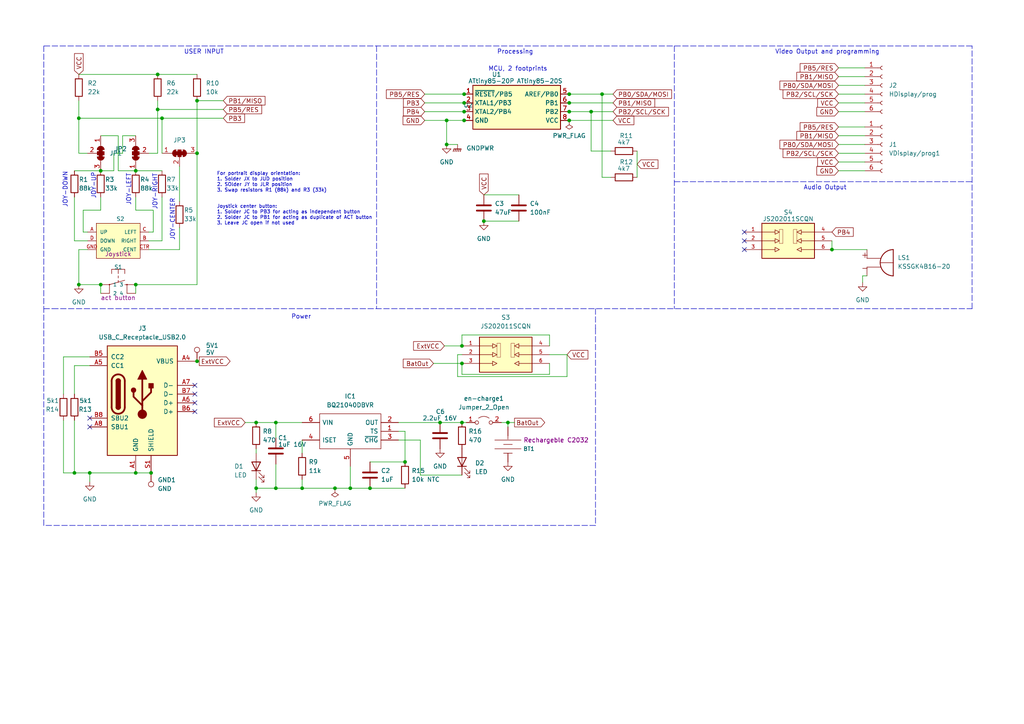
<source format=kicad_sch>
(kicad_sch (version 20211123) (generator eeschema)
  (paper "A4")
  (title_block (title "Tiny Handheld keychain ") (date "2022-09-16") (rev "2.0") (comment 2 "Heavely inspired by Yevgeniy Olexandrenko's design") (comment 3 "Designed by Casper R. Tak"))
  (lib_symbols
    (symbol "Connector:Conn_01x06_Female" (pin_names (offset 1.016) hide)
      (property "Reference" "J" (at 0 7.62 0))
      (property "Value" "Conn_01x06_Female" (at 0 -10.16 0))
      (symbol "Conn_01x06_Female_1_1"
        (arc (start 0 -7.112) (mid -0.508 -7.62) (end 0 -8.128) (stroke (width 0.1524)))
        (arc (start 0 -4.572) (mid -0.508 -5.08) (end 0 -5.588) (stroke (width 0.1524)))
        (arc (start 0 -2.032) (mid -0.508 -2.54) (end 0 -3.048) (stroke (width 0.1524)))
        (polyline (pts (xy -1.27 -7.62) (xy -0.508 -7.62)) (stroke (width 0.1524)))
        (polyline (pts (xy -1.27 -5.08) (xy -0.508 -5.08)) (stroke (width 0.1524)))
        (polyline (pts (xy -1.27 -2.54) (xy -0.508 -2.54)) (stroke (width 0.1524)))
        (polyline (pts (xy -1.27 0) (xy -0.508 0)) (stroke (width 0.1524)))
        (polyline (pts (xy -1.27 2.54) (xy -0.508 2.54)) (stroke (width 0.1524)))
        (polyline (pts (xy -1.27 5.08) (xy -0.508 5.08)) (stroke (width 0.1524)))
        (arc (start 0 0.508) (mid -0.508 0) (end 0 -0.508) (stroke (width 0.1524)))
        (arc (start 0 3.048) (mid -0.508 2.54) (end 0 2.032) (stroke (width 0.1524)))
        (arc (start 0 5.588) (mid -0.508 5.08) (end 0 4.572) (stroke (width 0.1524)))
        (pin passive line (at -5.08 5.08 0) (length 3.81) (name "Pin_1") (number "1"))
        (pin passive line (at -5.08 2.54 0) (length 3.81) (name "Pin_2") (number "2"))
        (pin passive line (at -5.08 0 0) (length 3.81) (name "Pin_3") (number "3"))
        (pin passive line (at -5.08 -2.54 0) (length 3.81) (name "Pin_4") (number "4"))
        (pin passive line (at -5.08 -5.08 0) (length 3.81) (name "Pin_5") (number "5"))
        (pin passive line (at -5.08 -7.62 0) (length 3.81) (name "Pin_6") (number "6"))
      )
    )
    (symbol "Connector:TestPoint" (pin_numbers hide) (pin_names (offset 0.762) hide)
      (property "Reference" "TP" (at 0 6.858 0))
      (property "Value" "TestPoint" (at 0 5.08 0))
      (symbol "TestPoint_0_1"
        (circle (center 0 3.302) (radius 0.762))
      )
      (symbol "TestPoint_1_1"
        (pin passive line (at 0 0 90) (length 2.54) (name "1") (number "1"))
      )
    )
    (symbol "Connector:USB_C_Receptacle_USB2.0" (pin_names (offset 1.016))
      (property "Reference" "J?" (at 0 23.495 0))
      (property "Value" "USB_C_Receptacle_USB2.0" (at 0 20.955 0))
      (symbol "USB_C_Receptacle_USB2.0_0_1"
        (rectangle (start -10.16 13.97) (end 10.16 -17.78) (stroke (width 0.254)) (fill (type background)))
        (arc (start -8.89 -3.81) (mid -6.985 -5.715) (end -5.08 -3.81) (stroke (width 0.508)))
        (arc (start -7.62 -3.81) (mid -6.985 -4.445) (end -6.35 -3.81) (stroke (width 0.254)))
        (arc (start -7.62 -3.81) (mid -6.985 -4.445) (end -6.35 -3.81) (stroke (width 0.254)) (fill (type outline)))
        (rectangle (start -7.62 -3.81) (end -6.35 3.81) (stroke (width 0.254)) (fill (type outline)))
        (arc (start -6.35 3.81) (mid -6.985 4.445) (end -7.62 3.81) (stroke (width 0.254)))
        (arc (start -6.35 3.81) (mid -6.985 4.445) (end -7.62 3.81) (stroke (width 0.254)) (fill (type outline)))
        (arc (start -5.08 3.81) (mid -6.985 5.715) (end -8.89 3.81) (stroke (width 0.508)))
        (circle (center -2.54 1.143) (radius 0.635) (stroke (width 0.254)) (fill (type outline)))
        (circle (center 0 -5.842) (radius 1.27) (fill (type outline)))
        (polyline (pts (xy -8.89 -3.81) (xy -8.89 3.81)) (stroke (width 0.508)))
        (polyline (pts (xy -5.08 3.81) (xy -5.08 -3.81)) (stroke (width 0.508)))
        (polyline (pts (xy 0 -5.842) (xy 0 4.318)) (stroke (width 0.508)))
        (polyline (pts (xy 0 -3.302) (xy -2.54 -0.762) (xy -2.54 0.508)) (stroke (width 0.508)))
        (polyline (pts (xy 0 -2.032) (xy 2.54 0.508) (xy 2.54 1.778)) (stroke (width 0.508)))
        (polyline (pts (xy -1.27 4.318) (xy 0 6.858) (xy 1.27 4.318) (xy -1.27 4.318)) (stroke (width 0.254)) (fill (type outline)))
        (rectangle (start 1.905 1.778) (end 3.175 3.048) (stroke (width 0.254)) (fill (type outline)))
      )
      (symbol "USB_C_Receptacle_USB2.0_1_1"
        (pin passive line (at -1.905 -22.86 90) (length 5.08) (name "GND") (number "A1"))
        (pin passive line (at -1.905 -22.86 90) (length 5.08) hide (name "GND") (number "A12"))
        (pin passive line (at 15.24 9.525 180) (length 5.08) (name "VBUS") (number "A4"))
        (pin bidirectional line (at -15.24 8.255 0) (length 5.08) (name "CC1") (number "A5"))
        (pin bidirectional line (at 15.24 -2.54 180) (length 5.08) (name "D+") (number "A6"))
        (pin bidirectional line (at 15.24 2.54 180) (length 5.08) (name "D-") (number "A7"))
        (pin bidirectional line (at -15.24 -9.525 0) (length 5.08) (name "SBU1") (number "A8"))
        (pin passive line (at 15.24 9.525 180) (length 5.08) hide (name "VBUS") (number "A9"))
        (pin passive line (at -1.905 -22.86 90) (length 5.08) hide (name "GND") (number "B1"))
        (pin passive line (at -1.905 -22.86 90) (length 5.08) hide (name "GND") (number "B12"))
        (pin passive line (at 15.24 9.525 180) (length 5.08) hide (name "VBUS") (number "B4"))
        (pin bidirectional line (at -15.24 10.795 0) (length 5.08) (name "CC2") (number "B5"))
        (pin bidirectional line (at 15.24 -5.08 180) (length 5.08) (name "D+") (number "B6"))
        (pin bidirectional line (at 15.24 0 180) (length 5.08) (name "D-") (number "B7"))
        (pin bidirectional line (at -15.24 -6.985 0) (length 5.08) (name "SBU2") (number "B8"))
        (pin passive line (at 15.24 9.525 180) (length 5.08) hide (name "VBUS") (number "B9"))
        (pin passive line (at 2.54 -22.86 90) (length 5.08) (name "SHIELD") (number "S1"))
      )
    )
    (symbol "Device:C" (pin_numbers hide) (pin_names (offset 0.254))
      (property "Reference" "C" (at 0.635 2.54 0))
      (property "Value" "C" (at 0.635 -2.54 0))
      (symbol "C_0_1"
        (polyline (pts (xy -2.032 -0.762) (xy 2.032 -0.762)) (stroke (width 0.508)))
        (polyline (pts (xy -2.032 0.762) (xy 2.032 0.762)) (stroke (width 0.508)))
      )
      (symbol "C_1_1"
        (pin passive line (at 0 3.81 270) (length 2.794) (name "~") (number "1"))
        (pin passive line (at 0 -3.81 90) (length 2.794) (name "~") (number "2"))
      )
    )
    (symbol "Device:LED" (pin_numbers hide) (pin_names (offset 1.016) hide)
      (property "Reference" "D" (at 0 2.54 0))
      (property "Value" "LED" (at 0 -2.54 0))
      (symbol "LED_0_1"
        (polyline (pts (xy -1.27 -1.27) (xy -1.27 1.27)) (stroke (width 0.254)))
        (polyline (pts (xy -1.27 0) (xy 1.27 0)))
        (polyline (pts (xy 1.27 -1.27) (xy 1.27 1.27) (xy -1.27 0) (xy 1.27 -1.27)) (stroke (width 0.254)))
        (polyline (pts (xy -3.048 -0.762) (xy -4.572 -2.286) (xy -3.81 -2.286) (xy -4.572 -2.286) (xy -4.572 -1.524)))
        (polyline (pts (xy -1.778 -0.762) (xy -3.302 -2.286) (xy -2.54 -2.286) (xy -3.302 -2.286) (xy -3.302 -1.524)))
      )
      (symbol "LED_1_1"
        (pin passive line (at -3.81 0 0) (length 2.54) (name "K") (number "1"))
        (pin passive line (at 3.81 0 180) (length 2.54) (name "A") (number "2"))
      )
    )
    (symbol "Device:R" (pin_numbers hide) (pin_names (offset 0))
      (property "Reference" "R" (at 2.032 0 90))
      (property "Value" "R" (at 0 0 90))
      (symbol "R_0_1"
        (rectangle (start -1.016 -2.54) (end 1.016 2.54) (stroke (width 0.254)))
      )
      (symbol "R_1_1"
        (pin passive line (at 0 3.81 270) (length 1.27) (name "~") (number "1"))
        (pin passive line (at 0 -3.81 90) (length 1.27) (name "~") (number "2"))
      )
    )
    (symbol "JS202011SCQN:JS202011SCQN" (pin_names (offset 1.016) hide)
      (property "Reference" "S" (at -7.62 6.35 0))
      (property "Value" "JS202011SCQN" (at -7.62 -6.35 0))
      (symbol "JS202011SCQN_0_0"
        (rectangle (start -7.62 -5.08) (end 7.62 5.08) (stroke (width 0.254)) (fill (type background)))
        (polyline (pts (xy -7.62 -2.54) (xy -3.81 -2.54)) (stroke (width 0.1524)))
        (polyline (pts (xy -7.62 0) (xy -3.81 0)) (stroke (width 0.1524)))
        (polyline (pts (xy -7.62 2.54) (xy -3.81 2.54)) (stroke (width 0.1524)))
        (polyline (pts (xy 7.62 -2.54) (xy 3.81 -2.54)) (stroke (width 0.1524)))
        (polyline (pts (xy 7.62 0) (xy 3.81 0)) (stroke (width 0.1524)))
        (polyline (pts (xy 7.62 2.54) (xy 3.81 2.54)) (stroke (width 0.1524)))
        (polyline (pts (xy -3.81 -1.905) (xy -3.81 -3.175) (xy -2.54 -2.54) (xy -3.81 -1.905)) (stroke (width 0.1524)) (fill (type background)))
        (polyline (pts (xy -3.81 0.635) (xy -3.81 -0.635) (xy -2.54 0) (xy -3.81 0.635)) (stroke (width 0.1524)) (fill (type background)))
        (polyline (pts (xy -3.81 3.175) (xy -3.81 1.905) (xy -2.54 2.54) (xy -3.81 3.175)) (stroke (width 0.1524)) (fill (type background)))
        (polyline (pts (xy 3.81 -3.175) (xy 3.81 -1.905) (xy 2.54 -2.54) (xy 3.81 -3.175)) (stroke (width 0.1524)) (fill (type background)))
        (polyline (pts (xy 3.81 -0.635) (xy 3.81 0.635) (xy 2.54 0) (xy 3.81 -0.635)) (stroke (width 0.1524)) (fill (type background)))
        (polyline (pts (xy 3.81 1.905) (xy 3.81 3.175) (xy 2.54 2.54) (xy 3.81 1.905)) (stroke (width 0.1524)) (fill (type background)))
        (polyline (pts (xy -2.54 3.302) (xy -2.54 -0.762) (xy -1.524 -0.762) (xy -1.524 3.302) (xy -2.54 3.302)) (stroke (width 0.0254)) (fill (type background)))
        (polyline (pts (xy 1.524 3.302) (xy 1.524 -0.762) (xy 2.54 -0.762) (xy 2.54 3.302) (xy 1.524 3.302)) (stroke (width 0.0254)) (fill (type background)))
        (pin passive line (at -12.7 2.54 0) (length 5.08) (name "~") (number "1"))
        (pin passive line (at -12.7 0 0) (length 5.08) (name "~") (number "2"))
        (pin passive line (at -12.7 -2.54 0) (length 5.08) (name "~") (number "3"))
        (pin passive line (at 12.7 2.54 180) (length 5.08) (name "~") (number "4"))
        (pin passive line (at 12.7 0 180) (length 5.08) (name "~") (number "5"))
        (pin passive line (at 12.7 -2.54 180) (length 5.08) (name "~") (number "6"))
      )
    )
    (symbol "Jumper:Jumper_2_Open" (pin_names (offset 0) hide)
      (property "Reference" "JP" (at 0 2.794 0))
      (property "Value" "Jumper_2_Open" (at 0 -2.286 0))
      (symbol "Jumper_2_Open_0_0"
        (circle (center -2.032 0) (radius 0.508))
        (circle (center 2.032 0) (radius 0.508))
      )
      (symbol "Jumper_2_Open_0_1"
        (arc (start 1.524 1.27) (mid 0 1.778) (end -1.524 1.27))
      )
      (symbol "Jumper_2_Open_1_1"
        (pin passive line (at -5.08 0 0) (length 2.54) (name "A") (number "1"))
        (pin passive line (at 5.08 0 180) (length 2.54) (name "B") (number "2"))
      )
    )
    (symbol "Jumper:SolderJumper_3_Bridged123" (pin_names (offset 0) hide)
      (property "Reference" "JP" (at -2.54 -2.54 0))
      (property "Value" "SolderJumper_3_Bridged123" (at 0 2.794 0))
      (symbol "SolderJumper_3_Bridged123_0_1"
        (rectangle (start -1.016 0.508) (end -0.508 -0.508) (fill (type outline)))
        (arc (start -1.016 1.016) (mid -2.032 0) (end -1.016 -1.016))
        (arc (start -1.016 1.016) (mid -2.032 0) (end -1.016 -1.016) (fill (type outline)))
        (rectangle (start -0.508 1.016) (end 0.508 -1.016) (fill (type outline)))
        (polyline (pts (xy -2.54 0) (xy -2.032 0)))
        (polyline (pts (xy -1.016 1.016) (xy -1.016 -1.016)))
        (polyline (pts (xy 0 -1.27) (xy 0 -1.016)))
        (polyline (pts (xy 1.016 1.016) (xy 1.016 -1.016)))
        (polyline (pts (xy 2.54 0) (xy 2.032 0)))
        (rectangle (start 0.508 0.508) (end 1.016 -0.508) (fill (type outline)))
        (arc (start 1.016 -1.016) (mid 2.032 0) (end 1.016 1.016))
        (arc (start 1.016 -1.016) (mid 2.032 0) (end 1.016 1.016) (fill (type outline)))
      )
      (symbol "SolderJumper_3_Bridged123_1_1"
        (pin passive line (at -5.08 0 0) (length 2.54) (name "A") (number "1"))
        (pin passive line (at 0 -3.81 90) (length 2.54) (name "C") (number "2"))
        (pin passive line (at 5.08 0 180) (length 2.54) (name "B") (number "3"))
      )
    )
    (symbol "KSSGK4B16-20:KSSGK4B16-20" (pin_numbers hide) (pin_names (offset 1.016) hide)
      (property "Reference" "LS" (at -2.54 6.35 0))
      (property "Value" "KSSGK4B16-20" (at -2.54 -5.08 0))
      (symbol "KSSGK4B16-20_0_0"
        (polyline (pts (xy -2.54 0) (xy 1.397 0)) (stroke (width 0.1524)))
        (polyline (pts (xy -2.54 2.54) (xy 1.397 2.54)) (stroke (width 0.1524)))
        (polyline (pts (xy 1.27 1.27) (xy 5.08 1.27)) (stroke (width 0.1524)))
        (polyline (pts (xy 5.08 1.27) (xy 5.08 -2.54)) (stroke (width 0.254)))
        (polyline (pts (xy 5.08 5.08) (xy 5.08 1.27)) (stroke (width 0.254)))
        (arc (start 5.08 5.08) (mid 1.27 1.27) (end 5.08 -2.54) (stroke (width 0.254)))
        (text "+" (at -4.318 2.54 0) (effects (font (size 1.778 1.778)) (justify left bottom)))
        (text "-" (at -4.318 -1.27 0) (effects (font (size 1.778 1.778)) (justify left bottom)))
        (pin passive line (at -2.54 -2.54 90) (length 2.54) (name "~") (number "N"))
        (pin passive line (at -2.54 5.08 270) (length 2.54) (name "~") (number "P"))
      )
    )
    (symbol "MCU_Microchip_ATtiny:ATtiny85-20P"
      (property "Reference" "U?" (at 0.635 12.065 0))
      (property "Value" "ATtiny85-20P" (at 7.62 10.16 0))
      (symbol "ATtiny85-20P_0_1"
        (rectangle (start -12.7 8.89) (end 12.7 -3.81) (stroke (width 0.254)) (fill (type background)))
      )
      (symbol "ATtiny85-20P_1_1"
        (pin bidirectional line (at -15.24 6.35 0) (length 2.54) (name "~{RESET}/PB5") (number "1"))
        (pin bidirectional line (at -15.24 3.81 0) (length 2.54) (name "XTAL1/PB3") (number "2"))
        (pin bidirectional line (at -15.24 1.27 0) (length 2.54) (name "XTAL2/PB4") (number "3"))
        (pin power_in line (at -15.24 -1.27 0) (length 2.54) (name "GND") (number "4"))
        (pin bidirectional line (at 15.24 6.35 180) (length 2.54) (name "AREF/PB0") (number "5"))
        (pin bidirectional line (at 15.24 3.81 180) (length 2.54) (name "PB1") (number "6"))
        (pin bidirectional line (at 15.24 1.27 180) (length 2.54) (name "PB2") (number "7"))
        (pin power_in line (at 15.24 -1.27 180) (length 2.54) (name "VCC") (number "8"))
      )
    )
    (symbol "MCU_Microchip_ATtiny:ATtiny85-20S"
      (property "Reference" "U?" (at -13.97 1.2701 0))
      (property "Value" "ATtiny85-20S" (at -13.97 -1.2699 0))
      (symbol "ATtiny85-20S_0_1"
        (rectangle (start -13.97 6.985) (end 11.43 -5.715) (stroke (width 0.254)) (fill (type background)))
      )
      (symbol "ATtiny85-20S_1_1"
        (pin bidirectional line (at -16.51 4.445 0) (length 2.54) (name "~{RESET}/PB5") (number "1"))
        (pin bidirectional line (at -16.51 1.905 0) (length 2.54) (name "XTAL1/PB3") (number "2"))
        (pin bidirectional line (at -16.51 -0.635 0) (length 2.54) (name "XTAL2/PB4") (number "3"))
        (pin power_in line (at -16.51 -3.175 0) (length 2.54) (name "GND") (number "4"))
        (pin bidirectional line (at 13.97 4.445 180) (length 2.54) (name "AREF/PB0") (number "5"))
        (pin bidirectional line (at 13.97 1.905 180) (length 2.54) (name "PB1") (number "6"))
        (pin bidirectional line (at 13.97 -0.635 180) (length 2.54) (name "PB2") (number "7"))
        (pin power_in line (at 13.97 -3.175 180) (length 2.54) (name "VCC") (number "8"))
      )
    )
    (symbol "SamacSys_Parts:BQ21040DBVR" (pin_names (offset 0.762))
      (property "Reference" "IC1" (at 0.635 10.795 0))
      (property "Value" "BQ21040DBVR" (at 0.635 8.255 0))
      (symbol "BQ21040DBVR_0_0"
        (pin input line (at 14.605 0.635 180) (length 5.08) (name "TS") (number "1"))
        (pin power_out line (at 14.605 3.175 180) (length 5.08) (name "OUT") (number "2"))
        (pin output line (at 14.605 -1.905 180) (length 5.08) (name "~{CHG}") (number "3"))
        (pin input line (at -13.335 -1.905 0) (length 5.08) (name "ISET") (number "4"))
        (pin passive line (at 0.635 -9.525 90) (length 5.08) (name "GND") (number "5"))
        (pin input line (at -13.335 3.175 0) (length 5.08) (name "VIN") (number "6"))
      )
      (symbol "BQ21040DBVR_0_1"
        (polyline (pts (xy -8.255 5.715) (xy 9.525 5.715) (xy 9.525 -4.445) (xy -8.255 -4.445) (xy -8.255 5.715)) (stroke (width 0.1524)))
      )
    )
    (symbol "SparkFun-Batteries:BATTERY-6.8MM_SMD" (pin_numbers hide) (pin_names (offset 1.016) hide)
      (property "Reference" "BT" (at 0 4.318 0))
      (property "Value" "BATTERY-6.8MM_SMD" (at 0 -6.35 0))
      (property "Field4" "BATT-13734" (at 0 7.62 0))
      (symbol "BATTERY-6.8MM_SMD_1_0"
        (polyline (pts (xy -2.54 0) (xy -1.524 0)))
        (polyline (pts (xy -1.27 3.81) (xy -1.27 -3.81)))
        (polyline (pts (xy 0 1.27) (xy 0 -1.27)))
        (polyline (pts (xy 1.27 3.81) (xy 1.27 -3.81)))
        (polyline (pts (xy 2.54 1.27) (xy 2.54 -1.27)))
      )
      (symbol "BATTERY-6.8MM_SMD_1_1"
        (pin power_in line (at -5.08 0 0) (length 2.54) (name "+") (number "+"))
        (pin power_in line (at 5.08 0 180) (length 2.54) (name "-") (number "-"))
      )
    )
    (symbol "SparkFun-Switches:JOYSTICK_MINI" (pin_names (offset 1.016))
      (property "Reference" "S?" (at -3.81 6.35 0))
      (symbol "JOYSTICK_MINI_1_1"
        (polyline (pts (xy -9.525 5.08) (xy 3.175 5.08) (xy 3.175 -5.08) (xy -9.525 -5.08) (xy -9.525 5.08)) (fill (type background)))
        (pin bidirectional line (at -12.065 2.54 0) (length 2.54) (name "UP") (number "A"))
        (pin bidirectional line (at 5.715 0 180) (length 2.54) (name "RIGHT") (number "B"))
        (pin bidirectional line (at 5.715 2.54 180) (length 2.54) (name "LEFT") (number "C"))
        (pin bidirectional line (at 5.715 -2.54 180) (length 2.54) (name "CENT") (number "CTR"))
        (pin bidirectional line (at -12.065 0 0) (length 2.54) (name "DOWN") (number "D"))
        (pin bidirectional line (at -12.065 -2.54 0) (length 2.54) (name "GND") (number "GND"))
      )
    )
    (symbol "SparkFun-Switches:MOMENTARY-SWITCH-SPST-2-SMD-5.2MM" (pin_numbers hide) (pin_names (offset 1.016))
      (property "Reference" "S" (at -5.08 1.27 0))
      (property "Value" "MOMENTARY-SWITCH-SPST-2-SMD-5.2MM" (at -5.08 -5.08 0))
      (property "Field4" "SWCH-08247" (at 0 7.62 0))
      (symbol "MOMENTARY-SWITCH-SPST-2-SMD-5.2MM_1_0"
        (polyline (pts (xy -2.54 -2.54) (xy -2.54 0)))
        (polyline (pts (xy -2.54 0) (xy 1.905 1.27)))
        (polyline (pts (xy -1.905 4.445) (xy -1.905 3.175)))
        (polyline (pts (xy 0 1.27) (xy 0 0.635)))
        (polyline (pts (xy 0 2.54) (xy 0 1.905)))
        (polyline (pts (xy 0 4.445) (xy -1.905 4.445)))
        (polyline (pts (xy 0 4.445) (xy 0 3.175)))
        (polyline (pts (xy 1.905 0) (xy 2.54 0)))
        (polyline (pts (xy 1.905 4.445) (xy 0 4.445)))
        (polyline (pts (xy 1.905 4.445) (xy 1.905 3.175)))
        (polyline (pts (xy 2.54 -2.54) (xy 2.54 0)))
      )
      (symbol "MOMENTARY-SWITCH-SPST-2-SMD-5.2MM_1_1"
        (circle (center -2.54 0) (radius 0.127) (fill (type outline)))
        (circle (center 2.54 0) (radius 0.127) (fill (type outline)))
        (pin passive line (at -5.08 0 0) (length 2.54) (name "1") (number "1"))
        (pin passive line (at -5.08 -2.54 0) (length 2.54) (name "2") (number "2"))
        (pin passive line (at 5.08 0 180) (length 2.54) (name "3") (number "3"))
        (pin passive line (at 5.08 -2.54 180) (length 2.54) (name "4") (number "4"))
      )
    )
    (symbol "power:GND" (power) (pin_names (offset 0))
      (property "Value" "GND" (at 0 -3.81 0))
      (symbol "GND_0_1"
        (polyline (pts (xy 0 0) (xy 0 -1.27) (xy 1.27 -1.27) (xy 0 -2.54) (xy -1.27 -1.27) (xy 0 -1.27)))
      )
      (symbol "GND_1_1"
        (pin power_in line (at 0 0 270) (length 0) hide (name "GND") (number "1"))
      )
    )
    (symbol "power:GNDPWR" (power) (pin_names (offset 0))
      (property "Value" "GNDPWR" (at 0 -3.302 0))
      (symbol "GNDPWR_0_1"
        (polyline (pts (xy 0 -1.27) (xy 0 0)))
        (polyline (pts (xy -1.016 -1.27) (xy -1.27 -2.032) (xy -1.27 -2.032)) (stroke (width 0.2032)))
        (polyline (pts (xy -0.508 -1.27) (xy -0.762 -2.032) (xy -0.762 -2.032)) (stroke (width 0.2032)))
        (polyline (pts (xy 0 -1.27) (xy -0.254 -2.032) (xy -0.254 -2.032)) (stroke (width 0.2032)))
        (polyline (pts (xy 0.508 -1.27) (xy 0.254 -2.032) (xy 0.254 -2.032)) (stroke (width 0.2032)))
        (polyline (pts (xy 1.016 -1.27) (xy -1.016 -1.27) (xy -1.016 -1.27)) (stroke (width 0.2032)))
        (polyline (pts (xy 1.016 -1.27) (xy 0.762 -2.032) (xy 0.762 -2.032) (xy 0.762 -2.032)) (stroke (width 0.2032)))
      )
      (symbol "GNDPWR_1_1"
        (pin power_in line (at 0 0 270) (length 0) hide (name "GNDPWR") (number "1"))
      )
    )
    (symbol "power:PWR_FLAG" (power) (pin_numbers hide) (pin_names (offset 0) hide)
      (property "Value" "PWR_FLAG" (at 0 3.81 0))
      (symbol "PWR_FLAG_0_0"
        (pin power_out line (at 0 0 90) (length 0) (name "pwr") (number "1"))
      )
      (symbol "PWR_FLAG_0_1"
        (polyline (pts (xy 0 0) (xy 0 1.27) (xy -1.016 1.905) (xy 0 2.54) (xy 1.016 1.905) (xy 0 1.27)))
      )
    )
  )
  (junction (at 174.625 27.305))
  (junction (at 29.21 82.55))
  (junction (at 165.1 27.305))
  (junction (at 134.62 29.845))
  (junction (at 39.37 82.55))
  (junction (at 80.01 122.555))
  (junction (at 134.62 32.385))
  (junction (at 165.1 34.925))
  (junction (at 165.1 32.385))
  (junction (at 57.15 44.45))
  (junction (at 57.15 29.21))
  (junction (at 39.37 137.16))
  (junction (at 97.155 141.605))
  (junction (at 21.59 137.16))
  (junction (at 133.985 100.33))
  (junction (at 140.335 64.135))
  (junction (at 45.72 21.59))
  (junction (at 129.54 41.91))
  (junction (at 74.295 141.605))
  (junction (at 134.62 34.925))
  (junction (at 26.035 137.16))
  (junction (at 117.475 133.985))
  (junction (at 43.815 137.16))
  (junction (at 107.315 141.605))
  (junction (at 74.295 122.555))
  (junction (at 80.01 141.605))
  (junction (at 134.62 27.305))
  (junction (at 171.45 32.385))
  (junction (at 101.6 141.605))
  (junction (at 129.54 34.925))
  (junction (at 147.32 122.555))
  (junction (at 87.63 141.605))
  (junction (at 22.86 82.55))
  (junction (at 29.21 49.53))
  (junction (at 46.99 34.29))
  (junction (at 165.1 29.845))
  (junction (at 57.15 104.775))
  (junction (at 241.3 72.39))
  (junction (at 133.985 105.41))
  (junction (at 133.985 122.555))
  (junction (at 39.37 49.53))
  (junction (at 45.72 31.75))
  (junction (at 22.86 34.29))
  (junction (at 127.635 122.555))
  (no_connect (at 26.035 121.285))
  (no_connect (at 56.515 111.76))
  (no_connect (at 56.515 114.3))
  (no_connect (at 56.515 116.84))
  (no_connect (at 56.515 119.38))
  (no_connect (at 26.035 123.825))
  (no_connect (at 215.9 67.31))
  (no_connect (at 215.9 69.85))
  (no_connect (at 215.9 72.39))
  (wire (pts (xy 147.32 123.825) (xy 147.32 122.555)))
  (wire (pts (xy 165.1 34.925) (xy 177.8 34.925)))
  (wire (pts (xy 46.99 69.85) (xy 43.18 69.85)))
  (wire (pts (xy 46.99 34.29) (xy 64.77 34.29)))
  (wire (pts (xy 74.295 130.175) (xy 74.295 131.445)))
  (wire (pts (xy 159.385 105.41) (xy 159.385 108.585)))
  (wire (pts (xy 22.86 21.59) (xy 45.72 21.59)))
  (polyline (pts (xy 172.72 89.535) (xy 172.72 95.25)))
  (wire (pts (xy 101.6 141.605) (xy 107.315 141.605)))
  (wire (pts (xy 33.02 49.53) (xy 29.21 49.53)))
  (wire (pts (xy 52.07 72.39) (xy 43.18 72.39)))
  (wire (pts (xy 159.385 102.87) (xy 164.465 102.87)))
  (wire (pts (xy 57.15 29.21) (xy 57.15 44.45)))
  (wire (pts (xy 34.29 39.37) (xy 34.29 49.53)))
  (wire (pts (xy 140.335 56.515) (xy 150.495 56.515)))
  (wire (pts (xy 39.37 49.53) (xy 46.99 49.53)))
  (wire (pts (xy 117.475 125.095) (xy 115.57 125.095)))
  (wire (pts (xy 80.01 122.555) (xy 87.63 122.555)))
  (wire (pts (xy 133.985 100.33) (xy 133.985 97.155)))
  (polyline (pts (xy 109.22 13.335) (xy 109.22 89.535)))
  (wire (pts (xy 97.155 141.605) (xy 101.6 141.605)))
  (wire (pts (xy 22.86 29.21) (xy 22.86 34.29)))
  (wire (pts (xy 241.3 69.85) (xy 241.3 72.39)))
  (wire (pts (xy 29.21 57.15) (xy 29.21 60.96)))
  (wire (pts (xy 71.12 122.555) (xy 74.295 122.555)))
  (wire (pts (xy 129.54 34.925) (xy 134.62 34.925)))
  (wire (pts (xy 21.59 69.85) (xy 25.4 69.85)))
  (wire (pts (xy 184.785 43.815) (xy 184.785 51.435)))
  (wire (pts (xy 125.73 105.41) (xy 133.985 105.41)))
  (wire (pts (xy 35.56 44.45) (xy 33.02 44.45)))
  (wire (pts (xy 165.1 32.385) (xy 171.45 32.385)))
  (wire (pts (xy 147.32 122.555) (xy 149.225 122.555)))
  (wire (pts (xy 164.465 102.87) (xy 164.465 109.22)))
  (wire (pts (xy 45.72 44.45) (xy 43.18 44.45)))
  (wire (pts (xy 39.37 57.15) (xy 39.37 60.96)))
  (wire (pts (xy 45.72 31.75) (xy 45.72 44.45)))
  (wire (pts (xy 25.4 72.39) (xy 22.86 72.39)))
  (wire (pts (xy 243.205 27.305) (xy 250.825 27.305)))
  (wire (pts (xy 44.45 60.96) (xy 44.45 67.31)))
  (wire (pts (xy 57.15 82.55) (xy 57.15 44.45)))
  (wire (pts (xy 129.54 41.91) (xy 132.715 41.91)))
  (wire (pts (xy 123.19 32.385) (xy 134.62 32.385)))
  (wire (pts (xy 87.63 127.635) (xy 87.63 131.445)))
  (wire (pts (xy 123.19 34.925) (xy 129.54 34.925)))
  (polyline (pts (xy 12.7 152.4) (xy 12.7 89.535)))
  (wire (pts (xy 123.19 29.845) (xy 134.62 29.845)))
  (wire (pts (xy 22.86 72.39) (xy 22.86 82.55)))
  (wire (pts (xy 29.21 39.37) (xy 34.29 39.37)))
  (wire (pts (xy 74.295 122.555) (xy 80.01 122.555)))
  (wire (pts (xy 52.07 48.26) (xy 52.07 58.42)))
  (wire (pts (xy 165.1 27.305) (xy 174.625 27.305)))
  (wire (pts (xy 174.625 27.305) (xy 174.625 51.435)))
  (wire (pts (xy 18.415 103.505) (xy 26.035 103.505)))
  (wire (pts (xy 250.19 80.01) (xy 250.19 81.915)))
  (wire (pts (xy 18.415 121.92) (xy 18.415 137.16)))
  (wire (pts (xy 22.86 44.45) (xy 22.86 34.29)))
  (wire (pts (xy 39.37 39.37) (xy 35.56 39.37)))
  (wire (pts (xy 29.21 60.96) (xy 24.13 60.96)))
  (wire (pts (xy 243.205 32.385) (xy 250.825 32.385)))
  (wire (pts (xy 46.99 34.29) (xy 46.99 44.45)))
  (wire (pts (xy 74.295 141.605) (xy 80.01 141.605)))
  (wire (pts (xy 45.72 29.21) (xy 45.72 31.75)))
  (wire (pts (xy 39.37 82.55) (xy 57.15 82.55)))
  (wire (pts (xy 80.01 122.555) (xy 80.01 127)))
  (wire (pts (xy 44.45 67.31) (xy 43.18 67.31)))
  (wire (pts (xy 34.29 49.53) (xy 39.37 49.53)))
  (wire (pts (xy 56.515 104.775) (xy 57.15 104.775)))
  (wire (pts (xy 22.86 34.29) (xy 46.99 34.29)))
  (wire (pts (xy 21.59 49.53) (xy 29.21 49.53)))
  (wire (pts (xy 140.335 64.135) (xy 150.495 64.135)))
  (wire (pts (xy 22.86 82.55) (xy 29.21 82.55)))
  (wire (pts (xy 24.13 60.96) (xy 24.13 67.31)))
  (wire (pts (xy 39.37 82.55) (xy 39.37 85.09)))
  (wire (pts (xy 159.385 108.585) (xy 133.985 108.585)))
  (polyline (pts (xy 15.24 89.535) (xy 281.94 89.535)))
  (wire (pts (xy 80.01 141.605) (xy 87.63 141.605)))
  (wire (pts (xy 132.715 102.87) (xy 133.985 102.87)))
  (wire (pts (xy 21.59 121.92) (xy 21.59 137.16)))
  (wire (pts (xy 87.63 141.605) (xy 97.155 141.605)))
  (wire (pts (xy 26.035 139.7) (xy 26.035 137.16)))
  (wire (pts (xy 243.205 36.83) (xy 250.825 36.83)))
  (wire (pts (xy 123.19 27.305) (xy 134.62 27.305)))
  (polyline (pts (xy 195.58 52.705) (xy 281.94 52.705)))
  (wire (pts (xy 18.415 103.505) (xy 18.415 114.3)))
  (wire (pts (xy 80.01 134.62) (xy 80.01 141.605)))
  (wire (pts (xy 101.6 141.605) (xy 101.6 135.255)))
  (wire (pts (xy 127.635 122.555) (xy 133.985 122.555)))
  (wire (pts (xy 46.99 57.15) (xy 46.99 69.85)))
  (wire (pts (xy 171.45 32.385) (xy 177.8 32.385)))
  (wire (pts (xy 251.46 80.01) (xy 250.19 80.01)))
  (wire (pts (xy 39.37 137.16) (xy 43.815 137.16)))
  (wire (pts (xy 129.54 34.925) (xy 129.54 41.91)))
  (wire (pts (xy 128.905 100.33) (xy 133.985 100.33)))
  (wire (pts (xy 243.205 49.53) (xy 250.825 49.53)))
  (wire (pts (xy 45.72 31.75) (xy 64.77 31.75)))
  (wire (pts (xy 74.295 142.875) (xy 74.295 141.605)))
  (wire (pts (xy 159.385 97.155) (xy 159.385 100.33)))
  (polyline (pts (xy 281.94 89.535) (xy 281.94 13.335)))
  (wire (pts (xy 171.45 43.815) (xy 171.45 32.385)))
  (wire (pts (xy 26.035 137.16) (xy 39.37 137.16)))
  (wire (pts (xy 115.57 127.635) (xy 121.92 127.635)))
  (wire (pts (xy 164.465 109.22) (xy 132.715 109.22)))
  (wire (pts (xy 107.315 141.605) (xy 117.475 141.605)))
  (wire (pts (xy 21.59 137.16) (xy 26.035 137.16)))
  (wire (pts (xy 145.415 122.555) (xy 147.32 122.555)))
  (wire (pts (xy 241.3 72.39) (xy 251.46 72.39)))
  (wire (pts (xy 177.165 51.435) (xy 174.625 51.435)))
  (polyline (pts (xy 172.72 95.25) (xy 172.72 152.4)))
  (wire (pts (xy 52.07 66.04) (xy 52.07 72.39)))
  (wire (pts (xy 57.15 29.21) (xy 64.77 29.21)))
  (wire (pts (xy 174.625 27.305) (xy 177.8 27.305)))
  (wire (pts (xy 243.205 41.91) (xy 250.825 41.91)))
  (wire (pts (xy 243.205 24.765) (xy 250.825 24.765)))
  (wire (pts (xy 243.205 22.225) (xy 250.825 22.225)))
  (wire (pts (xy 35.56 39.37) (xy 35.56 44.45)))
  (wire (pts (xy 21.59 106.045) (xy 26.035 106.045)))
  (wire (pts (xy 243.205 19.685) (xy 250.825 19.685)))
  (wire (pts (xy 24.13 67.31) (xy 25.4 67.31)))
  (wire (pts (xy 117.475 133.985) (xy 117.475 125.095)))
  (wire (pts (xy 21.59 106.045) (xy 21.59 114.3)))
  (wire (pts (xy 25.4 44.45) (xy 22.86 44.45)))
  (wire (pts (xy 243.205 44.45) (xy 250.825 44.45)))
  (wire (pts (xy 133.985 97.155) (xy 159.385 97.155)))
  (wire (pts (xy 165.1 29.845) (xy 177.8 29.845)))
  (wire (pts (xy 57.15 104.775) (xy 57.785 104.775)))
  (wire (pts (xy 177.165 43.815) (xy 171.45 43.815)))
  (polyline (pts (xy 12.7 89.535) (xy 15.24 89.535)))
  (wire (pts (xy 21.59 57.15) (xy 21.59 69.85)))
  (wire (pts (xy 45.72 21.59) (xy 57.15 21.59)))
  (wire (pts (xy 133.985 122.555) (xy 135.255 122.555)))
  (wire (pts (xy 121.92 137.795) (xy 121.92 127.635)))
  (wire (pts (xy 243.205 46.99) (xy 250.825 46.99)))
  (wire (pts (xy 29.21 82.55) (xy 29.21 85.09)))
  (wire (pts (xy 115.57 122.555) (xy 127.635 122.555)))
  (wire (pts (xy 243.205 29.845) (xy 250.825 29.845)))
  (wire (pts (xy 243.205 39.37) (xy 250.825 39.37)))
  (wire (pts (xy 33.02 44.45) (xy 33.02 49.53)))
  (polyline (pts (xy 12.7 13.335) (xy 12.7 89.535)))
  (wire (pts (xy 18.415 137.16) (xy 21.59 137.16)))
  (wire (pts (xy 39.37 60.96) (xy 44.45 60.96)))
  (polyline (pts (xy 281.94 13.335) (xy 12.7 13.335)))
  (polyline (pts (xy 195.58 13.335) (xy 195.58 89.535)))
  (wire (pts (xy 133.985 105.41) (xy 133.985 108.585)))
  (wire (pts (xy 132.715 109.22) (xy 132.715 102.87)))
  (wire (pts (xy 87.63 139.065) (xy 87.63 141.605)))
  (wire (pts (xy 107.315 133.985) (xy 117.475 133.985)))
  (polyline (pts (xy 172.72 152.4) (xy 12.7 152.4)))
  (wire (pts (xy 74.295 141.605) (xy 74.295 139.065)))
  (wire (pts (xy 133.985 137.795) (xy 121.92 137.795)))
  (text "JOY-UP\n" (at 27.94 57.785 90) (effects (font (size 1.27 1.27)) (justify left bottom)))
  (text "MCU, 2 footprints\n\n" (at 141.605 22.86 0) (effects (font (size 1.27 1.27)) (justify left bottom)))
  (text "Audio Output" (at 233.045 55.245 0) (effects (font (size 1.27 1.27)) (justify left bottom)))
  (text "Power" (at 84.455 92.71 0) (effects (font (size 1.27 1.27)) (justify left bottom)))
  (text "JOY-LEFT" (at 38.1 59.69 90) (effects (font (size 1.27 1.27)) (justify left bottom)))
  (text "For portrait display orientation:\n1. Solder JX to JUD position\n2. SOlder JY to JLR position\n3. Swap resistors R1 (88k) and R3 (33k)" (at 62.865 55.88 0) (effects (font (size 1 1)) (justify left bottom)))
  (text "USER INPUT" (at 53.34 15.875 0) (effects (font (size 1.27 1.27)) (justify left bottom)))
  (text "Video Output and programming\n" (at 224.79 15.875 0) (effects (font (size 1.27 1.27)) (justify left bottom)))
  (text "JOY-CENTER" (at 50.8 69.85 90) (effects (font (size 1.27 1.27)) (justify left bottom)))
  (text "JOY-RIGHT\n" (at 45.72 60.96 90) (effects (font (size 1.27 1.27)) (justify left bottom)))
  (text "Joystick center button:\n1. Solder JC to PB3 for acting as independent button\n2. Solder JC to PB1 for acting as duplicate of ACT button\n3. Leave JC open if not used\n" (at 62.865 65.405 0) (effects (font (size 1 1)) (justify left bottom)))
  (text "JOY-DOWN" (at 19.685 60.325 90) (effects (font (size 1.27 1.27)) (justify left bottom)))
  (text "Processing" (at 144.145 15.875 0) (effects (font (size 1.27 1.27)) (justify left bottom)))
  (global_label "PB2{slash}SCL{slash}SCK" (shape input) (at 243.205 44.45 180) (property "Intersheet References" "${INTERSHEET_REFS}" (effects hide)))
  (global_label "PB1{slash}MISO" (shape input) (at 243.205 39.37 180) (property "Intersheet References" "${INTERSHEET_REFS}" (effects hide)))
  (global_label "PB1{slash}MISO" (shape input) (at 243.205 22.225 180) (property "Intersheet References" "${INTERSHEET_REFS}" (effects hide)))
  (global_label "VCC" (shape input) (at 140.335 56.515 90) (property "Intersheet References" "${INTERSHEET_REFS}" (effects hide)))
  (global_label "PB2{slash}SCL{slash}SCK" (shape input) (at 243.205 27.305 180) (property "Intersheet References" "${INTERSHEET_REFS}" (effects hide)))
  (global_label "PB0{slash}SDA{slash}MOSI" (shape input) (at 177.8 27.305 0) (property "Intersheet References" "${INTERSHEET_REFS}" (effects hide)))
  (global_label "PB3" (shape input) (at 123.19 29.845 180) (property "Intersheet References" "${INTERSHEET_REFS}" (effects hide)))
  (global_label "PB5{slash}RES" (shape input) (at 243.205 19.685 180) (property "Intersheet References" "${INTERSHEET_REFS}" (effects hide)))
  (global_label "GND" (shape input) (at 243.205 49.53 180) (property "Intersheet References" "${INTERSHEET_REFS}" (effects hide)))
  (global_label "PB1{slash}MISO" (shape input) (at 64.77 29.21 0) (property "Intersheet References" "${INTERSHEET_REFS}" (effects hide)))
  (global_label "VCC" (shape input) (at 184.785 47.625 0) (property "Intersheet References" "${INTERSHEET_REFS}" (effects hide)))
  (global_label "GND" (shape input) (at 243.205 32.385 180) (property "Intersheet References" "${INTERSHEET_REFS}" (effects hide)))
  (global_label "PB4" (shape input) (at 241.3 67.31 0) (property "Intersheet References" "${INTERSHEET_REFS}" (effects hide)))
  (global_label "PB2{slash}SCL{slash}SCK" (shape input) (at 177.8 32.385 0) (property "Intersheet References" "${INTERSHEET_REFS}" (effects hide)))
  (global_label "PB0{slash}SDA{slash}MOSI" (shape input) (at 243.205 41.91 180) (property "Intersheet References" "${INTERSHEET_REFS}" (effects hide)))
  (global_label "BatOut" (shape input) (at 125.73 105.41 180) (property "Intersheet References" "${INTERSHEET_REFS}" (effects hide)))
  (global_label "PB5{slash}RES" (shape input) (at 64.77 31.75 0) (property "Intersheet References" "${INTERSHEET_REFS}" (effects hide)))
  (global_label "VCC" (shape input) (at 22.86 21.59 90) (property "Intersheet References" "${INTERSHEET_REFS}" (effects hide)))
  (global_label "PB5{slash}RES" (shape input) (at 123.19 27.305 180) (property "Intersheet References" "${INTERSHEET_REFS}" (effects hide)))
  (global_label "PB1{slash}MISO" (shape input) (at 177.8 29.845 0) (property "Intersheet References" "${INTERSHEET_REFS}" (effects hide)))
  (global_label "BatOut" (shape output) (at 149.225 122.555 0) (property "Intersheet References" "${INTERSHEET_REFS}" (effects hide)))
  (global_label "ExtVCC" (shape input) (at 128.905 100.33 180) (property "Intersheet References" "${INTERSHEET_REFS}" (effects hide)))
  (global_label "GND" (shape input) (at 123.19 34.925 180) (property "Intersheet References" "${INTERSHEET_REFS}" (effects hide)))
  (global_label "VCC" (shape input) (at 177.8 34.925 0) (property "Intersheet References" "${INTERSHEET_REFS}" (effects hide)))
  (global_label "PB5{slash}RES" (shape input) (at 243.205 36.83 180) (property "Intersheet References" "${INTERSHEET_REFS}" (effects hide)))
  (global_label "VCC" (shape input) (at 243.205 29.845 180) (property "Intersheet References" "${INTERSHEET_REFS}" (effects hide)))
  (global_label "PB3" (shape input) (at 64.77 34.29 0) (property "Intersheet References" "${INTERSHEET_REFS}" (effects hide)))
  (global_label "VCC" (shape input) (at 164.465 102.87 0) (property "Intersheet References" "${INTERSHEET_REFS}" (effects hide)))
  (global_label "VCC" (shape input) (at 243.205 46.99 180) (property "Intersheet References" "${INTERSHEET_REFS}" (effects hide)))
  (global_label "ExtVCC" (shape output) (at 57.785 104.775 0) (property "Intersheet References" "${INTERSHEET_REFS}" (effects hide)))
  (global_label "PB4" (shape input) (at 123.19 32.385 180) (property "Intersheet References" "${INTERSHEET_REFS}" (effects hide)))
  (global_label "ExtVCC" (shape input) (at 71.12 122.555 180) (property "Intersheet References" "${INTERSHEET_REFS}" (effects hide)))
  (global_label "PB0{slash}SDA{slash}MOSI" (shape input) (at 243.205 24.765 180) (property "Intersheet References" "${INTERSHEET_REFS}" (effects hide)))
  (symbol (lib_id "power:PWR_FLAG") (at 97.155 141.605 180) (unit 1)
    (property "Reference" "#FLG0102" (effects hide))
    (property "Value" "PWR_FLAG" (at 97.155 146.05 0))
  )
  (symbol (lib_id "power:GNDPWR") (at 132.715 41.91 0) (unit 1)
    (property "Reference" "#PWR0114" (effects hide))
    (property "Value" "GNDPWR" (at 135.255 42.9767 0) (effects (justify left)))
  )
  (symbol (lib_id "Device:R") (at 133.985 126.365 0) (unit 1)
    (property "Reference" "R16" (at 135.89 125.0949 0) (effects (justify left)))
    (property "Value" "470" (at 135.89 127.6349 0) (effects (justify left)))
    (property "Footprint" "Resistor_SMD:R_1206_3216Metric_Pad1.30x1.75mm_HandSolder" (effects hide))
  )
  (symbol (lib_id "Jumper:SolderJumper_3_Bridged123") (at 52.07 44.45 0) (unit 1)
    (property "Reference" "JP3" (at 52.07 40.64 0))
    (property "Value" "SolderJumper_3_Bridged123" (effects hide))
    (property "Footprint" "Jumper:SolderJumper-3_P1.3mm_Open_RoundedPad1.0x1.5mm_NumberLabels" (effects hide))
  )
  (symbol (lib_id "power:GND") (at 26.035 139.7 0) (unit 1)
    (property "Reference" "#PWR0104" (effects hide))
    (property "Value" "GND" (at 26.035 144.78 0))
  )
  (symbol (lib_id "JS202011SCQN:JS202011SCQN") (at 146.685 102.87 0) (unit 1)
    (property "Reference" "S3" (at 146.685 92.075 0))
    (property "Value" "JS202011SCQN" (at 146.685 94.615 0))
    (property "Footprint" "Snapeda:SW_JS202011SCQN" (effects hide))
    (property "STANDARD" "Manufacturer Recommendations" (effects hide))
    (property "MANUFACTURER" "C&K" (effects hide))
    (property "MAXIMUM_PACKAGE_HEIGHT" "5.5 mm" (effects hide))
    (property "PARTREV" "26 May 22" (effects hide))
    (property "SNAPEDA_PN" "JS202011SCQN" (effects hide))
  )
  (symbol (lib_id "SparkFun-Switches:JOYSTICK_MINI") (at 37.465 69.85 0) (unit 1)
    (property "Reference" "S2" (at 34.925 63.5 0) (effects (font (size 1.143 1.143))))
    (property "Value" "JOYSTICK_MINI" (effects hide))
    (property "Footprint" "Button_Switch_SMD:5 way button (joystick)" (effects hide))
    (property "Field4" "SWCH-09905" (effects hide))
    (property "Purpose" "Joystick" (at 34.29 73.66 0))
  )
  (symbol (lib_id "Device:R") (at 18.415 118.11 180) (unit 1)
    (property "Reference" "R14" (at 17.145 118.745 0) (effects (justify left)))
    (property "Value" "5k1" (at 17.145 116.205 0) (effects (justify left)))
    (property "Footprint" "Resistor_SMD:R_1206_3216Metric_Pad1.30x1.75mm_HandSolder" (effects hide))
    (property "Purpose" "Enable power and tell device id" (effects hide))
  )
  (symbol (lib_id "Device:C") (at 127.635 126.365 0) (unit 1)
    (property "Reference" "C6" (at 126.365 119.38 0) (effects (justify left)))
    (property "Value" "2.2uF 16V" (at 122.555 121.285 0) (effects (justify left)))
    (property "Footprint" "Capacitor_SMD:C_1206_3216Metric_Pad1.33x1.80mm_HandSolder" (effects hide))
  )
  (symbol (lib_id "Connector:TestPoint") (at 57.15 104.775 0) (unit 1)
    (property "Reference" "5V1" (at 59.69 100.2029 0) (effects (justify left)))
    (property "Value" "5V" (at 59.69 102.235 0) (effects (justify left)))
    (property "Footprint" "TestPoint:TestPoint_Pad_1.0x1.0mm" (effects hide))
  )
  (symbol (lib_id "Device:LED") (at 74.295 135.255 90) (unit 1)
    (property "Reference" "D1" (at 67.945 135.255 90) (effects (justify right)))
    (property "Value" "LED" (at 67.945 137.795 90) (effects (justify right)))
    (property "Footprint" "LED_SMD:LED_1206_3216Metric_Pad1.42x1.75mm_HandSolder" (effects hide))
  )
  (symbol (lib_id "Connector:Conn_01x06_Female") (at 255.905 41.91 0) (unit 1)
    (property "Reference" "J1" (at 257.81 41.9099 0) (effects (justify left)))
    (property "Value" "VDisplay/prog1" (at 257.81 44.4499 0) (effects (justify left)))
    (property "Footprint" "Connector_PinSocket_2.54mm:PinSocket_1x06_P2.54mm_Vertical" (effects hide))
  )
  (symbol (lib_id "Connector:Conn_01x06_Female") (at 255.905 24.765 0) (unit 1)
    (property "Reference" "J2" (at 257.81 24.7649 0) (effects (justify left)))
    (property "Value" "HDisplay/prog" (at 257.81 27.3049 0) (effects (justify left)))
    (property "Footprint" "Connector_PinSocket_2.54mm:PinSocket_1x06_P2.54mm_Vertical" (effects hide))
  )
  (symbol (lib_id "Connector:TestPoint") (at 43.815 137.16 180) (unit 1)
    (property "Reference" "GND1" (at 45.72 139.1919 0) (effects (justify right)))
    (property "Value" "GND" (at 45.72 141.7319 0) (effects (justify right)))
    (property "Footprint" "TestPoint:TestPoint_Pad_1.0x1.0mm" (effects hide))
  )
  (symbol (lib_id "Device:C") (at 150.495 60.325 0) (unit 1)
    (property "Reference" "C4" (at 153.67 59.0549 0) (effects (justify left)))
    (property "Value" "100nF" (at 153.67 61.5949 0) (effects (justify left)))
    (property "Footprint" "Capacitor_SMD:C_1206_3216Metric_Pad1.33x1.80mm_HandSolder" (effects hide))
  )
  (symbol (lib_id "Device:R") (at 74.295 126.365 0) (unit 1)
    (property "Reference" "R8" (at 76.2 125.0949 0) (effects (justify left)))
    (property "Value" "470" (at 76.2 127.6349 0) (effects (justify left)))
    (property "Footprint" "Resistor_SMD:R_1206_3216Metric_Pad1.30x1.75mm_HandSolder" (effects hide))
  )
  (symbol (lib_id "Device:R") (at 180.975 43.815 270) (unit 1)
    (property "Reference" "R11" (at 179.705 39.37 90) (effects (justify left)))
    (property "Value" "4k7" (at 179.07 41.275 90) (effects (justify left)))
    (property "Footprint" "Resistor_SMD:R_1206_3216Metric_Pad1.30x1.75mm_HandSolder" (effects hide))
  )
  (symbol (lib_id "Device:R") (at 87.63 135.255 0) (unit 1)
    (property "Reference" "R9" (at 89.535 133.9849 0) (effects (justify left)))
    (property "Value" "11k" (at 89.535 136.5249 0) (effects (justify left)))
    (property "Footprint" "Resistor_SMD:R_1206_3216Metric_Pad1.30x1.75mm_HandSolder" (effects hide))
  )
  (symbol (lib_id "Device:R") (at 22.86 25.4 0) (unit 1)
    (property "Reference" "R2" (at 25.4 24.1299 0) (effects (justify left)))
    (property "Value" "22k" (at 25.4 26.6699 0) (effects (justify left)))
    (property "Footprint" "Resistor_SMD:R_1206_3216Metric_Pad1.30x1.75mm_HandSolder" (effects hide))
  )
  (symbol (lib_id "MCU_Microchip_ATtiny:ATtiny85-20P") (at 149.86 33.655 0) (unit 1)
    (property "Reference" "U1" (at 145.415 21.59 0) (effects (justify right)))
    (property "Value" "ATtiny85-20P" (at 149.225 23.495 0) (effects (justify right)))
    (property "Footprint" "SamacSys_Parts:DIP781W56P254L950H533Q8N" (effects hide))
    (property "Datasheet" "http://ww1.microchip.com/downloads/en/DeviceDoc/atmel-2586-avr-8-bit-microcontroller-attiny25-attiny45-attiny85_datasheet.pdf" (effects hide))
  )
  (symbol (lib_id "Connector:USB_C_Receptacle_USB2.0") (at 41.275 114.3 0) (unit 1)
    (property "Reference" "J3" (at 41.275 95.25 0))
    (property "Value" "USB_C_Receptacle_USB2.0" (at 41.275 97.79 0))
    (property "Footprint" "USB-C-Power-tester:TYPE-C-31-M-17_handsolder" (effects hide))
    (property "Datasheet" "https://www.usb.org/sites/default/files/documents/usb_type-c.zip" (effects hide))
  )
  (symbol (lib_id "Device:LED") (at 133.985 133.985 90) (unit 1)
    (property "Reference" "D2" (at 137.795 134.3024 90) (effects (justify right)))
    (property "Value" "LED" (at 137.795 136.8424 90) (effects (justify right)))
    (property "Footprint" "LED_SMD:LED_1206_3216Metric_Pad1.42x1.75mm_HandSolder" (effects hide))
  )
  (symbol (lib_id "Device:R") (at 39.37 53.34 0) (unit 1)
    (property "Reference" "R4" (at 40.64 52.07 0) (effects (justify left)))
    (property "Value" "88k" (at 40.64 54.61 0) (effects (justify left)))
    (property "Footprint" "Resistor_SMD:R_1206_3216Metric_Pad1.30x1.75mm_HandSolder" (effects hide))
  )
  (symbol (lib_id "Device:C") (at 107.315 137.795 0) (unit 1)
    (property "Reference" "C2" (at 110.49 136.5249 0) (effects (justify left)))
    (property "Value" "1uF" (at 110.49 139.0649 0) (effects (justify left)))
    (property "Footprint" "Capacitor_SMD:C_1206_3216Metric_Pad1.33x1.80mm_HandSolder" (effects hide))
  )
  (symbol (lib_id "power:GND") (at 129.54 41.91 0) (unit 1)
    (property "Reference" "#PWR0113" (effects hide))
    (property "Value" "GND" (at 129.54 46.99 0))
  )
  (symbol (lib_id "Jumper:SolderJumper_3_Bridged123") (at 29.21 44.45 270) (unit 1)
    (property "Reference" "JP1" (at 31.75 44.4499 90) (effects (justify left)))
    (property "Value" "SolderJumper_3_Bridged123" (effects hide))
    (property "Footprint" "Jumper:SolderJumper-3_P1.3mm_Open_RoundedPad1.0x1.5mm_NumberLabels" (effects hide))
  )
  (symbol (lib_id "power:GND") (at 140.335 64.135 0) (unit 1)
    (property "Reference" "#PWR0102" (effects hide))
    (property "Value" "GND" (at 140.335 69.215 0))
  )
  (symbol (lib_id "power:GND") (at 74.295 142.875 0) (unit 1)
    (property "Reference" "#PWR0101" (effects hide))
    (property "Value" "GND" (at 74.295 147.955 0))
  )
  (symbol (lib_id "Device:R") (at 29.21 53.34 0) (unit 1)
    (property "Reference" "R3" (at 30.48 52.07 0) (effects (justify left)))
    (property "Value" "33k" (at 30.48 54.61 0) (effects (justify left)))
    (property "Footprint" "Resistor_SMD:R_1206_3216Metric_Pad1.30x1.75mm_HandSolder" (effects hide))
  )
  (symbol (lib_id "Device:C") (at 80.01 130.81 0) (unit 1)
    (property "Reference" "C1" (at 80.645 127 0) (effects (justify left)))
    (property "Value" "1uF 16V" (at 80.645 128.905 0) (effects (justify left)))
    (property "Footprint" "Capacitor_SMD:C_1206_3216Metric_Pad1.33x1.80mm_HandSolder" (effects hide))
  )
  (symbol (lib_id "Device:R") (at 46.99 53.34 0) (unit 1)
    (property "Reference" "R7" (at 48.26 52.07 0) (effects (justify left)))
    (property "Value" "33k" (at 48.26 54.61 0) (effects (justify left)))
    (property "Footprint" "Resistor_SMD:R_1206_3216Metric_Pad1.30x1.75mm_HandSolder" (effects hide))
  )
  (symbol (lib_id "power:GND") (at 250.19 81.915 0) (unit 1)
    (property "Reference" "#PWR0110" (effects hide))
    (property "Value" "GND" (at 250.19 86.995 0))
  )
  (symbol (lib_id "SamacSys_Parts:BQ21040DBVR") (at 100.965 125.73 0) (unit 1)
    (property "Reference" "IC1" (at 101.6 114.935 0))
    (property "Value" "BQ21040DBVR" (at 101.6 117.475 0))
    (property "Footprint" "Package_TO_SOT_SMD:SOT-23-6_Handsoldering" (effects hide))
    (property "Datasheet" "http://www.ti.com/lit/gpn/bq21040" (effects hide))
    (property "Description" "0.8A Single Input Single-Cell Li-Ion and Li-Pol Battery Charger" (effects hide))
    (property "Height" "1.45" (effects hide))
    (property "Mouser Part Number" "595-BQ21040DBVR" (effects hide))
    (property "Mouser Price/Stock" "https://www.mouser.co.uk/ProductDetail/Texas-Instruments/BQ21040DBVR?qs=cttFivMKqWyovUuY6Xwwcw%3D%3D" (effects hide))
    (property "Manufacturer_Name" "Texas Instruments" (effects hide))
    (property "Manufacturer_Part_Number" "BQ21040DBVR" (effects hide))
  )
  (symbol (lib_id "Device:R") (at 21.59 118.11 180) (unit 1)
    (property "Reference" "R13" (at 26.67 118.745 0) (effects (justify left)))
    (property "Value" "5k1" (at 26.67 116.205 0) (effects (justify left)))
    (property "Footprint" "Resistor_SMD:R_1206_3216Metric_Pad1.30x1.75mm_HandSolder" (effects hide))
    (property "Purpose" "Enable power and tell device id" (effects hide))
  )
  (symbol (lib_id "power:GND") (at 127.635 130.175 0) (unit 1)
    (property "Reference" "#PWR0105" (effects hide))
    (property "Value" "GND" (at 127.635 135.255 0))
  )
  (symbol (lib_id "Device:R") (at 57.15 25.4 0) (unit 1)
    (property "Reference" "R10" (at 59.69 24.1299 0) (effects (justify left)))
    (property "Value" "10k" (at 59.69 26.6699 0) (effects (justify left)))
    (property "Footprint" "Resistor_SMD:R_1206_3216Metric_Pad1.30x1.75mm_HandSolder" (effects hide))
  )
  (symbol (lib_id "Device:R") (at 21.59 53.34 0) (unit 1)
    (property "Reference" "R1" (at 22.86 52.07 0) (effects (justify left)))
    (property "Value" "88k" (at 22.86 54.61 0) (effects (justify left)))
    (property "Footprint" "Resistor_SMD:R_1206_3216Metric_Pad1.30x1.75mm_HandSolder" (effects hide))
  )
  (symbol (lib_id "Jumper:Jumper_2_Open") (at 140.335 122.555 0) (unit 1)
    (property "Reference" "en-charge1" (at 140.335 115.57 0))
    (property "Value" "Jumper_2_Open" (at 140.335 118.11 0))
    (property "Footprint" "Jumper:SolderJumper-2_P1.3mm_Open_RoundedPad1.0x1.5mm" (effects hide))
  )
  (symbol (lib_id "Device:R") (at 180.975 51.435 270) (unit 1)
    (property "Reference" "R12" (at 179.705 46.99 90) (effects (justify left)))
    (property "Value" "4k7" (at 179.07 48.895 90) (effects (justify left)))
    (property "Footprint" "Resistor_SMD:R_1206_3216Metric_Pad1.30x1.75mm_HandSolder" (effects hide))
  )
  (symbol (lib_id "power:PWR_FLAG") (at 165.1 34.925 180) (unit 1)
    (property "Reference" "#FLG01" (effects hide))
    (property "Value" "PWR_FLAG" (at 165.1 39.37 0))
  )
  (symbol (lib_id "MCU_Microchip_ATtiny:ATtiny85-20S") (at 151.13 31.75 0) (unit 1)
    (property "Reference" "U2" (at 137.16 30.4799 0) (effects (justify right)))
    (property "Value" "ATtiny85-20S" (at 163.195 23.495 0) (effects (justify right)))
    (property "Footprint" "Package_SO:SOIC-8W_5.3x5.3mm_P1.27mm" (effects hide))
    (property "Datasheet" "http://ww1.microchip.com/downloads/en/DeviceDoc/atmel-2586-avr-8-bit-microcontroller-attiny25-attiny45-attiny85_datasheet.pdf" (effects hide))
  )
  (symbol (lib_id "JS202011SCQN:JS202011SCQN") (at 228.6 69.85 0) (unit 1)
    (property "Reference" "S4" (at 228.6 61.595 0))
    (property "Value" "JS202011SCQN" (at 228.6 63.5 0))
    (property "Footprint" "Snapeda:SW_JS202011SCQN" (effects hide))
    (property "STANDARD" "Manufacturer Recommendations" (effects hide))
    (property "MANUFACTURER" "C&K" (effects hide))
    (property "MAXIMUM_PACKAGE_HEIGHT" "5.5 mm" (effects hide))
    (property "PARTREV" "26 May 22" (effects hide))
    (property "SNAPEDA_PN" "JS202011SCQN" (effects hide))
  )
  (symbol (lib_id "power:GND") (at 22.86 82.55 0) (unit 1)
    (property "Reference" "#PWR0103" (effects hide))
    (property "Value" "GND" (at 22.86 87.63 0))
  )
  (symbol (lib_id "SparkFun-Batteries:BATTERY-6.8MM_SMD") (at 147.32 128.905 270) (unit 1)
    (property "Reference" "BT1" (at 151.765 130.175 90) (effects (font (size 1.143 1.143)) (justify left)))
    (property "Value" "BATTERY-6.8MM_SMD" (effects hide))
    (property "Footprint" "Battery:BatteryHolder_Keystone_3002_1x2032" (effects hide))
    (property "Field4" "BATT-13734" (effects hide))
    (property "Purpose" "Rechargeble C2032" (at 161.29 127.635 90))
  )
  (symbol (lib_id "Device:R") (at 117.475 137.795 0) (unit 1)
    (property "Reference" "R15" (at 119.38 136.5249 0) (effects (justify left)))
    (property "Value" "10k NTC" (at 119.38 139.0649 0) (effects (justify left)))
    (property "Footprint" "Resistor_SMD:R_1206_3216Metric_Pad1.30x1.75mm_HandSolder" (effects hide))
    (property "Purpose" "Battery temperature sense resistor" (effects hide))
  )
  (symbol (lib_id "Jumper:SolderJumper_3_Bridged123") (at 39.37 44.45 90) (unit 1)
    (property "Reference" "JP2" (at 36.83 43.1799 90) (effects (justify left)))
    (property "Value" "SolderJumper_3_Bridged123" (effects hide))
    (property "Footprint" "Jumper:SolderJumper-3_P1.3mm_Open_RoundedPad1.0x1.5mm_NumberLabels" (effects hide))
  )
  (symbol (lib_id "KSSGK4B16-20:KSSGK4B16-20") (at 254 77.47 0) (unit 1)
    (property "Reference" "LS1" (at 260.35 74.7487 0) (effects (justify left)))
    (property "Value" "KSSGK4B16-20" (at 260.35 77.2887 0) (effects (justify left)))
    (property "Footprint" "Snapeda:XDCR_KSSGK4B16-20" (effects hide))
    (property "STANDARD" "Manufacturer recommendations" (effects hide))
    (property "MAXIMUM_PACKAGE_HEIGHT" "2.2 mm" (effects hide))
    (property "MANUFACTURER" "Kingstate" (effects hide))
    (property "PARTREV" "1.1" (effects hide))
  )
  (symbol (lib_id "Device:C") (at 140.335 60.325 0) (unit 1)
    (property "Reference" "C3" (at 143.51 59.0549 0) (effects (justify left)))
    (property "Value" "47uF" (at 143.51 61.5949 0) (effects (justify left)))
    (property "Footprint" "Capacitor_SMD:C_1206_3216Metric_Pad1.33x1.80mm_HandSolder" (effects hide))
  )
  (symbol (lib_id "power:GND") (at 147.32 133.985 0) (unit 1)
    (property "Reference" "#PWR0106" (effects hide))
    (property "Value" "GND" (at 147.32 139.065 0))
  )
  (symbol (lib_id "Device:R") (at 52.07 62.23 0) (unit 1)
    (property "Reference" "R5" (at 53.34 60.96 0) (effects (justify left)))
    (property "Value" "33k" (at 53.34 63.5 0) (effects (justify left)))
    (property "Footprint" "Resistor_SMD:R_1206_3216Metric_Pad1.30x1.75mm_HandSolder" (effects hide))
  )
  (symbol (lib_id "Device:R") (at 45.72 25.4 0) (unit 1)
    (property "Reference" "R6" (at 48.26 24.1299 0) (effects (justify left)))
    (property "Value" "22k" (at 48.26 26.6699 0) (effects (justify left)))
    (property "Footprint" "Resistor_SMD:R_1206_3216Metric_Pad1.30x1.75mm_HandSolder" (effects hide))
  )
  (symbol (lib_id "SparkFun-Switches:MOMENTARY-SWITCH-SPST-2-SMD-5.2MM") (at 34.29 82.55 0) (unit 1)
    (property "Reference" "S1" (at 34.29 77.47 0) (effects (font (size 1.143 1.143))))
    (property "Value" "MOMENTARY-SWITCH-SPST-2-SMD-5.2MM" (effects hide))
    (property "Footprint" "Button_Switch_SMD:SW_SPST_TL3305B" (effects hide))
    (property "Field4" "SWCH-08247" (effects hide))
    (property "Purpose" "act button" (at 34.29 86.36 0))
  )
)
</source>
